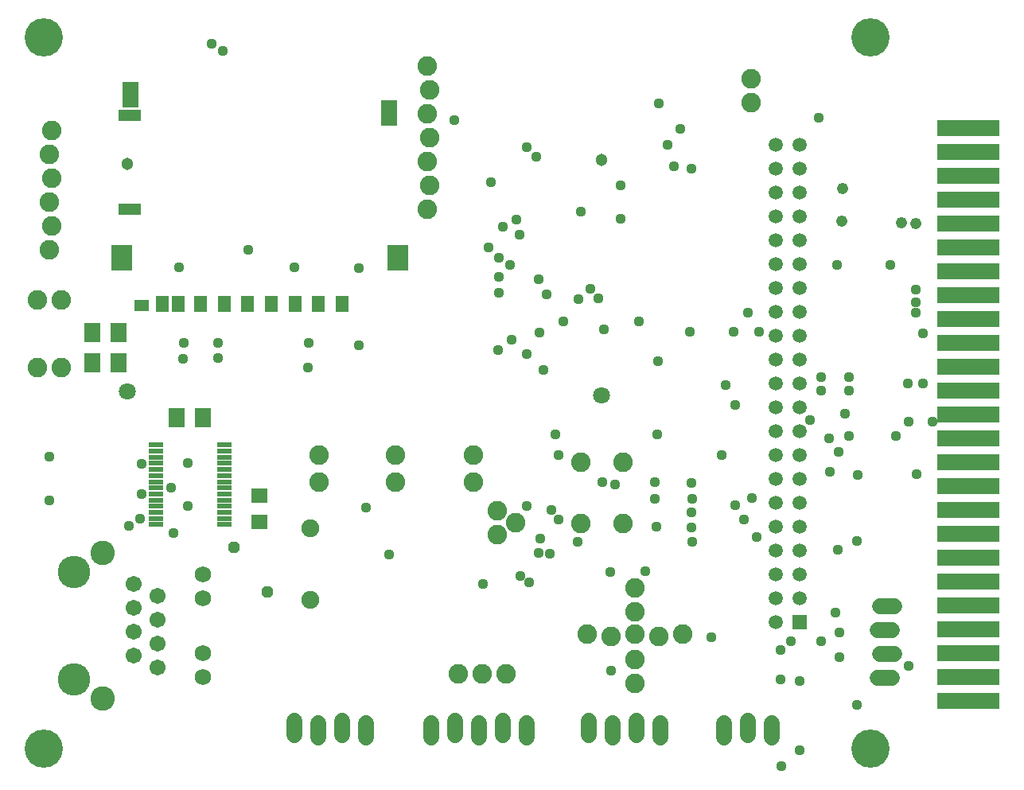
<source format=gbs>
G75*
G70*
%OFA0B0*%
%FSLAX24Y24*%
%IPPOS*%
%LPD*%
%AMOC8*
5,1,8,0,0,1.08239X$1,22.5*
%
%ADD10C,0.1600*%
%ADD11R,0.0671X0.1064*%
%ADD12R,0.0940X0.0500*%
%ADD13R,0.0867X0.1064*%
%ADD14R,0.0592X0.0513*%
%ADD15R,0.0552X0.0671*%
%ADD16C,0.0820*%
%ADD17C,0.0680*%
%ADD18R,0.0630X0.0217*%
%ADD19R,0.0710X0.0789*%
%ADD20R,0.0710X0.0631*%
%ADD21C,0.0710*%
%ADD22C,0.0513*%
%ADD23R,0.2630X0.0680*%
%ADD24C,0.1025*%
%ADD25C,0.1360*%
%ADD26C,0.0671*%
%ADD27C,0.0680*%
%ADD28C,0.0749*%
%ADD29R,0.0595X0.0595*%
%ADD30C,0.0595*%
%ADD31C,0.0437*%
%ADD32C,0.0476*%
%ADD33OC8,0.0476*%
D10*
X003094Y001796D03*
X037724Y001796D03*
X037724Y031596D03*
X003094Y031596D03*
D11*
X006742Y029211D03*
X017569Y028453D03*
D12*
X006710Y028345D03*
X006710Y024408D03*
D13*
X006387Y022361D03*
X017923Y022361D03*
D14*
X007199Y020373D03*
D15*
X008069Y020443D03*
X008734Y020451D03*
X009686Y020451D03*
X010671Y020451D03*
X011655Y020451D03*
X012639Y020451D03*
X013623Y020451D03*
X014608Y020451D03*
X015592Y020451D03*
D16*
X019162Y024410D03*
X019262Y025410D03*
X019162Y026410D03*
X019262Y027410D03*
X019162Y028410D03*
X019262Y029410D03*
X019162Y030410D03*
X032723Y029860D03*
X032723Y028860D03*
X021111Y014095D03*
X021111Y012955D03*
X022118Y011778D03*
X022868Y011278D03*
X022118Y010778D03*
X025594Y011245D03*
X027374Y011245D03*
X027374Y013805D03*
X025594Y013805D03*
X027863Y008542D03*
X027863Y007542D03*
X027863Y006592D03*
X028863Y006492D03*
X029863Y006592D03*
X027863Y005542D03*
X027863Y004542D03*
X026863Y006492D03*
X025863Y006592D03*
X022484Y004946D03*
X021484Y004946D03*
X020484Y004946D03*
X017844Y012955D03*
X017844Y014095D03*
X014641Y014095D03*
X014641Y012955D03*
X003854Y017764D03*
X002854Y017764D03*
X002854Y020592D03*
X003854Y020592D03*
X003354Y022704D03*
X003454Y023704D03*
X003354Y024704D03*
X003454Y025704D03*
X003354Y026704D03*
X003454Y027704D03*
D17*
X013594Y002956D02*
X013594Y002356D01*
X014594Y002256D02*
X014594Y002856D01*
X015594Y002956D02*
X015594Y002356D01*
X016594Y002256D02*
X016594Y002856D01*
X019344Y002856D02*
X019344Y002256D01*
X020344Y002356D02*
X020344Y002956D01*
X021344Y002856D02*
X021344Y002256D01*
X022344Y002356D02*
X022344Y002956D01*
X023344Y002856D02*
X023344Y002256D01*
X025939Y002356D02*
X025939Y002956D01*
X026939Y002856D02*
X026939Y002256D01*
X027939Y002356D02*
X027939Y002956D01*
X028939Y002856D02*
X028939Y002256D01*
X031594Y002256D02*
X031594Y002856D01*
X032594Y002956D02*
X032594Y002356D01*
X033594Y002256D02*
X033594Y002856D01*
X038024Y004756D02*
X038624Y004756D01*
X038724Y005756D02*
X038124Y005756D01*
X038024Y006756D02*
X038624Y006756D01*
X038724Y007756D02*
X038124Y007756D01*
D18*
X010675Y011196D03*
X010675Y011452D03*
X010675Y011708D03*
X010675Y011964D03*
X010675Y012220D03*
X010675Y012476D03*
X010675Y012731D03*
X010675Y012987D03*
X010675Y013243D03*
X010675Y013499D03*
X010675Y013755D03*
X010675Y014011D03*
X010675Y014267D03*
X010675Y014523D03*
X007796Y014523D03*
X007796Y014267D03*
X007796Y014011D03*
X007796Y013755D03*
X007796Y013499D03*
X007796Y013243D03*
X007796Y012987D03*
X007796Y012731D03*
X007796Y012476D03*
X007796Y012220D03*
X007796Y011964D03*
X007796Y011708D03*
X007796Y011452D03*
X007796Y011196D03*
D19*
X008661Y015662D03*
X009764Y015662D03*
X006234Y017966D03*
X005132Y017966D03*
X005135Y019250D03*
X006237Y019250D03*
D20*
X012136Y012408D03*
X012136Y011305D03*
D21*
X006619Y016772D03*
X026462Y016614D03*
D22*
X026462Y026457D03*
X006619Y026299D03*
D23*
X041844Y026796D03*
X041844Y025796D03*
X041844Y024796D03*
X041844Y023796D03*
X041844Y022796D03*
X041844Y021796D03*
X041844Y020796D03*
X041844Y019796D03*
X041844Y018796D03*
X041844Y017796D03*
X041844Y016796D03*
X041844Y015796D03*
X041844Y014796D03*
X041844Y013796D03*
X041844Y012796D03*
X041844Y011796D03*
X041844Y010796D03*
X041844Y009796D03*
X041844Y008796D03*
X041844Y007796D03*
X041844Y006796D03*
X041844Y005796D03*
X041844Y004796D03*
X041844Y003796D03*
X041844Y027796D03*
D24*
X005564Y009996D03*
X005564Y003896D03*
D25*
X004364Y004696D03*
X004364Y009196D03*
D26*
X006864Y008696D03*
X007864Y008196D03*
X006864Y007696D03*
X007864Y007196D03*
X006864Y006696D03*
X007864Y006196D03*
X006864Y005696D03*
X007864Y005196D03*
D27*
X009764Y004796D03*
X009764Y005796D03*
X009764Y008096D03*
X009764Y009096D03*
D28*
X014266Y008027D03*
X014266Y011027D03*
D29*
X034784Y007096D03*
D30*
X033784Y007096D03*
X033784Y008096D03*
X034784Y008096D03*
X034784Y009096D03*
X033784Y009096D03*
X033784Y010096D03*
X034784Y010096D03*
X034784Y011096D03*
X033784Y011096D03*
X033784Y012096D03*
X034784Y012096D03*
X034784Y013096D03*
X033784Y013096D03*
X033784Y014096D03*
X034784Y014096D03*
X034784Y015096D03*
X033784Y015096D03*
X033784Y016096D03*
X034784Y016096D03*
X034784Y017096D03*
X033784Y017096D03*
X033784Y018096D03*
X034784Y018096D03*
X034784Y019096D03*
X033784Y019096D03*
X033784Y020096D03*
X034784Y020096D03*
X034784Y021096D03*
X033784Y021096D03*
X033784Y022096D03*
X034784Y022096D03*
X034784Y023096D03*
X033784Y023096D03*
X033784Y024096D03*
X034784Y024096D03*
X034784Y025096D03*
X033784Y025096D03*
X033784Y026096D03*
X034784Y026096D03*
X034784Y027096D03*
X033784Y027096D03*
D31*
X035579Y028238D03*
X030244Y026096D03*
X029504Y026216D03*
X029244Y027096D03*
X029784Y027756D03*
X028874Y028848D03*
X027286Y025403D03*
X025604Y024316D03*
X027284Y023996D03*
X023831Y021468D03*
X024178Y020834D03*
X024866Y019700D03*
X023864Y019236D03*
X023324Y018324D03*
X022704Y018926D03*
X022142Y018518D03*
X024024Y017666D03*
X026586Y019365D03*
X028045Y019703D03*
X026325Y020660D03*
X026002Y021058D03*
X025514Y020633D03*
X022640Y022058D03*
X022185Y022368D03*
X021734Y022796D03*
X022328Y023676D03*
X022908Y023978D03*
X023049Y023323D03*
X022160Y021577D03*
X022160Y020907D03*
X016309Y021940D03*
X013612Y021984D03*
X011659Y022698D03*
X008771Y021984D03*
X008967Y018816D03*
X008946Y018135D03*
X010405Y018155D03*
X010415Y018803D03*
X014189Y018807D03*
X014173Y017767D03*
X016296Y018706D03*
X009148Y013756D03*
X008436Y012731D03*
X009148Y011987D03*
X008552Y010850D03*
X007146Y011454D03*
X006658Y011150D03*
X007211Y012479D03*
X007211Y013750D03*
X003335Y014029D03*
X003335Y012219D03*
X016589Y011918D03*
X017561Y009926D03*
X021509Y008713D03*
X023065Y009030D03*
X023443Y008772D03*
X023846Y010015D03*
X024317Y009982D03*
X023903Y010593D03*
X024687Y011415D03*
X024358Y011801D03*
X023340Y011961D03*
X025457Y010468D03*
X026831Y009205D03*
X028300Y009229D03*
X030258Y010477D03*
X030255Y011082D03*
X030250Y011711D03*
X030259Y012276D03*
X030244Y012944D03*
X031504Y014096D03*
X032765Y012298D03*
X032060Y012006D03*
X032448Y011407D03*
X032966Y010681D03*
X036380Y010132D03*
X037164Y010516D03*
X037192Y013256D03*
X036024Y013416D03*
X036404Y014236D03*
X036004Y014796D03*
X036844Y014896D03*
X036680Y015840D03*
X036824Y016796D03*
X036824Y017376D03*
X035664Y017376D03*
X035664Y016796D03*
X035191Y015571D03*
X032060Y016197D03*
X031684Y017036D03*
X028837Y018033D03*
X030171Y019281D03*
X032020Y019282D03*
X032611Y020076D03*
X033079Y019272D03*
X036324Y022076D03*
X038564Y022056D03*
X039624Y021036D03*
X039624Y020496D03*
X039624Y020076D03*
X039924Y019196D03*
X039924Y017116D03*
X039304Y017116D03*
X039344Y015496D03*
X038804Y014916D03*
X040324Y015496D03*
X039657Y013316D03*
X036276Y007507D03*
X036430Y006677D03*
X035666Y006297D03*
X036440Y005643D03*
X034787Y004652D03*
X033973Y004707D03*
X033964Y005936D03*
X034400Y006309D03*
X031082Y006478D03*
X026857Y005065D03*
X034012Y001078D03*
X034788Y001742D03*
X037174Y003644D03*
X039325Y005273D03*
X028788Y011090D03*
X028712Y012286D03*
X028706Y012974D03*
X027029Y012868D03*
X026506Y012969D03*
X024685Y014099D03*
X024524Y014980D03*
X028789Y014980D03*
X021854Y025536D03*
X023344Y026996D03*
X023744Y026596D03*
X020305Y028145D03*
X010590Y031050D03*
X010140Y031351D03*
D32*
X036584Y025256D03*
X036544Y023916D03*
X039024Y023836D03*
X039624Y023816D03*
D33*
X012484Y008356D03*
X011084Y010246D03*
M02*

</source>
